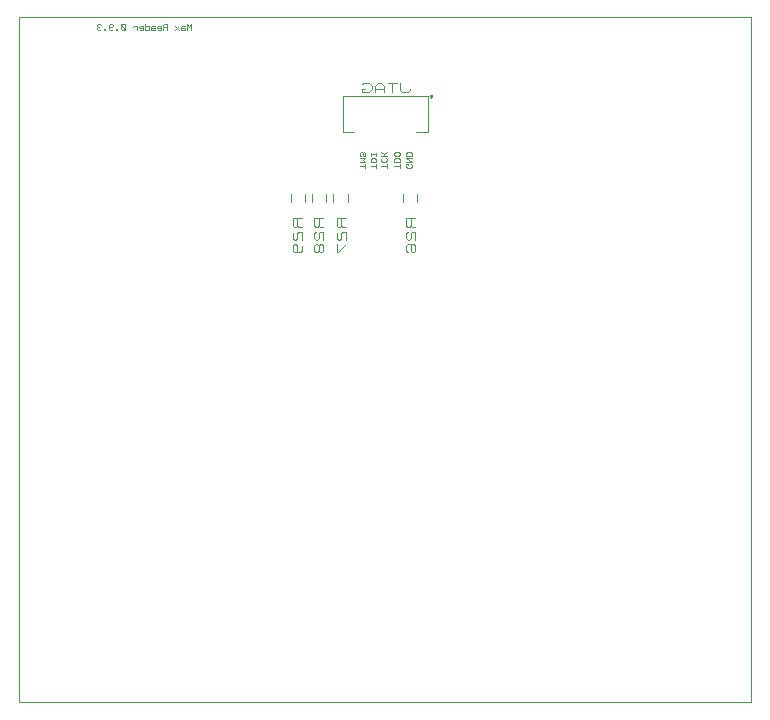
<source format=gbr>
G04 PROTEUS GERBER X2 FILE*
%TF.GenerationSoftware,Labcenter,Proteus,8.17-SP5-Build39395*%
%TF.CreationDate,2024-11-13T15:27:42+00:00*%
%TF.FileFunction,Legend,Bot*%
%TF.FilePolarity,Positive*%
%TF.Part,Single*%
%TF.SameCoordinates,{0a1d241a-e0a6-4a76-8978-5e44ef8297c2}*%
%FSLAX45Y45*%
%MOMM*%
G01*
%TA.AperFunction,Profile*%
%ADD43C,0.101600*%
%TA.AperFunction,Material*%
%ADD46C,0.101600*%
%ADD53C,0.063500*%
%TA.AperFunction,NonMaterial*%
%ADD54C,0.101600*%
%TD.AperFunction*%
D43*
X-10000000Y+1000000D02*
X-3800000Y+1000000D01*
X-3800000Y+6800000D01*
X-10000000Y+6800000D01*
X-10000000Y+1000000D01*
D46*
X-6748420Y+5306340D02*
X-6748420Y+5237760D01*
X-6626500Y+5306340D02*
X-6626500Y+5235220D01*
X-6644140Y+5102540D02*
X-6720340Y+5102540D01*
X-6720340Y+5035865D01*
X-6707640Y+5022530D01*
X-6694940Y+5022530D01*
X-6682240Y+5035865D01*
X-6682240Y+5102540D01*
X-6682240Y+5035865D02*
X-6669540Y+5022530D01*
X-6644140Y+5022530D01*
X-6707640Y+4982525D02*
X-6720340Y+4969190D01*
X-6720340Y+4929185D01*
X-6707640Y+4915850D01*
X-6694940Y+4915850D01*
X-6682240Y+4929185D01*
X-6682240Y+4969190D01*
X-6669540Y+4982525D01*
X-6644140Y+4982525D01*
X-6644140Y+4915850D01*
X-6707640Y+4809170D02*
X-6720340Y+4822505D01*
X-6720340Y+4862510D01*
X-6707640Y+4875845D01*
X-6656840Y+4875845D01*
X-6644140Y+4862510D01*
X-6644140Y+4822505D01*
X-6656840Y+4809170D01*
X-6669540Y+4809170D01*
X-6682240Y+4822505D01*
X-6682240Y+4875845D01*
X-7338420Y+5306340D02*
X-7338420Y+5237760D01*
X-7216500Y+5306340D02*
X-7216500Y+5235220D01*
X-7234140Y+5102540D02*
X-7310340Y+5102540D01*
X-7310340Y+5035865D01*
X-7297640Y+5022530D01*
X-7284940Y+5022530D01*
X-7272240Y+5035865D01*
X-7272240Y+5102540D01*
X-7272240Y+5035865D02*
X-7259540Y+5022530D01*
X-7234140Y+5022530D01*
X-7297640Y+4982525D02*
X-7310340Y+4969190D01*
X-7310340Y+4929185D01*
X-7297640Y+4915850D01*
X-7284940Y+4915850D01*
X-7272240Y+4929185D01*
X-7272240Y+4969190D01*
X-7259540Y+4982525D01*
X-7234140Y+4982525D01*
X-7234140Y+4915850D01*
X-7310340Y+4875845D02*
X-7310340Y+4809170D01*
X-7297640Y+4809170D01*
X-7234140Y+4875845D01*
X-7518420Y+5306340D02*
X-7518420Y+5237760D01*
X-7396500Y+5306340D02*
X-7396500Y+5235220D01*
X-7424140Y+5102540D02*
X-7500340Y+5102540D01*
X-7500340Y+5035865D01*
X-7487640Y+5022530D01*
X-7474940Y+5022530D01*
X-7462240Y+5035865D01*
X-7462240Y+5102540D01*
X-7462240Y+5035865D02*
X-7449540Y+5022530D01*
X-7424140Y+5022530D01*
X-7487640Y+4982525D02*
X-7500340Y+4969190D01*
X-7500340Y+4929185D01*
X-7487640Y+4915850D01*
X-7474940Y+4915850D01*
X-7462240Y+4929185D01*
X-7462240Y+4969190D01*
X-7449540Y+4982525D01*
X-7424140Y+4982525D01*
X-7424140Y+4915850D01*
X-7462240Y+4862510D02*
X-7474940Y+4875845D01*
X-7487640Y+4875845D01*
X-7500340Y+4862510D01*
X-7500340Y+4822505D01*
X-7487640Y+4809170D01*
X-7474940Y+4809170D01*
X-7462240Y+4822505D01*
X-7462240Y+4862510D01*
X-7449540Y+4875845D01*
X-7436840Y+4875845D01*
X-7424140Y+4862510D01*
X-7424140Y+4822505D01*
X-7436840Y+4809170D01*
X-7449540Y+4809170D01*
X-7462240Y+4822505D01*
X-7698420Y+5306340D02*
X-7698420Y+5237760D01*
X-7576500Y+5306340D02*
X-7576500Y+5235220D01*
X-7604140Y+5102540D02*
X-7680340Y+5102540D01*
X-7680340Y+5035865D01*
X-7667640Y+5022530D01*
X-7654940Y+5022530D01*
X-7642240Y+5035865D01*
X-7642240Y+5102540D01*
X-7642240Y+5035865D02*
X-7629540Y+5022530D01*
X-7604140Y+5022530D01*
X-7667640Y+4982525D02*
X-7680340Y+4969190D01*
X-7680340Y+4929185D01*
X-7667640Y+4915850D01*
X-7654940Y+4915850D01*
X-7642240Y+4929185D01*
X-7642240Y+4969190D01*
X-7629540Y+4982525D01*
X-7604140Y+4982525D01*
X-7604140Y+4915850D01*
X-7654940Y+4809170D02*
X-7642240Y+4822505D01*
X-7642240Y+4862510D01*
X-7654940Y+4875845D01*
X-7667640Y+4875845D01*
X-7680340Y+4862510D01*
X-7680340Y+4822505D01*
X-7667640Y+4809170D01*
X-7616840Y+4809170D01*
X-7604140Y+4822505D01*
X-7604140Y+4862510D01*
X-6540000Y+6130000D02*
X-6540000Y+5830000D01*
X-7260000Y+6130000D02*
X-7260000Y+5830000D01*
X-6540000Y+6130000D02*
X-7260000Y+6130000D01*
X-6540000Y+5830000D02*
X-6640000Y+5830000D01*
X-7260000Y+5830000D02*
X-7160000Y+5830000D01*
D53*
X-6510000Y+6120000D02*
X-6510000Y+6120000D01*
X-6510000Y+6140000D02*
X-6510000Y+6140000D01*
X-6510001Y+6120000D02*
X-6509999Y+6120000D01*
X-6510001Y+6140000D02*
X-6509999Y+6140000D01*
X-6510002Y+6120000D02*
X-6509998Y+6120000D01*
X-6510002Y+6140000D02*
X-6509998Y+6140000D01*
X-6510003Y+6120000D02*
X-6509997Y+6120000D01*
X-6510003Y+6140000D02*
X-6509997Y+6140000D01*
X-6510004Y+6120000D02*
X-6509996Y+6120000D01*
X-6510004Y+6140000D02*
X-6509996Y+6140000D01*
X-6510005Y+6120000D02*
X-6509995Y+6120000D01*
X-6510005Y+6140000D02*
X-6509995Y+6140000D01*
X-6510006Y+6120000D02*
X-6509994Y+6120000D01*
X-6510006Y+6140000D02*
X-6509994Y+6140000D01*
X-6510007Y+6120000D02*
X-6509993Y+6120000D01*
X-6510007Y+6140000D02*
X-6509993Y+6140000D01*
X-6510008Y+6120000D02*
X-6509992Y+6120000D01*
X-6510008Y+6140000D02*
X-6509992Y+6140000D01*
X-6510009Y+6120000D02*
X-6509991Y+6120000D01*
X-6510009Y+6140000D02*
X-6509991Y+6140000D01*
X-6510010Y+6120000D02*
X-6509990Y+6120000D01*
X-6510010Y+6140000D02*
X-6509990Y+6140000D01*
X-6510011Y+6120000D02*
X-6509989Y+6120000D01*
X-6510011Y+6140000D02*
X-6509989Y+6140000D01*
X-6510012Y+6120000D02*
X-6509988Y+6120000D01*
X-6510012Y+6140000D02*
X-6509988Y+6140000D01*
X-6510013Y+6120000D02*
X-6509987Y+6120000D01*
X-6510013Y+6140000D02*
X-6509987Y+6140000D01*
X-6510014Y+6120000D02*
X-6509986Y+6120000D01*
X-6510014Y+6140000D02*
X-6509986Y+6140000D01*
X-6510015Y+6120000D02*
X-6509985Y+6120000D01*
X-6510015Y+6140000D02*
X-6509985Y+6140000D01*
X-6510016Y+6120000D02*
X-6509984Y+6120000D01*
X-6510016Y+6140000D02*
X-6509984Y+6140000D01*
X-6510017Y+6120000D02*
X-6509983Y+6120000D01*
X-6510017Y+6140000D02*
X-6509983Y+6140000D01*
X-6510018Y+6120000D02*
X-6509982Y+6120000D01*
X-6510018Y+6140000D02*
X-6509982Y+6140000D01*
X-6510019Y+6120000D02*
X-6509981Y+6120000D01*
X-6510019Y+6140000D02*
X-6509981Y+6140000D01*
X-6510020Y+6120000D02*
X-6509980Y+6120000D01*
X-6510020Y+6140000D02*
X-6509980Y+6140000D01*
X-6510021Y+6120000D02*
X-6509979Y+6120000D01*
X-6510021Y+6140000D02*
X-6509979Y+6140000D01*
X-6510022Y+6120000D02*
X-6509978Y+6120000D01*
X-6510022Y+6140000D02*
X-6509978Y+6140000D01*
X-6510023Y+6120000D02*
X-6509977Y+6120000D01*
X-6510023Y+6140000D02*
X-6509977Y+6140000D01*
X-6510024Y+6120000D02*
X-6509976Y+6120000D01*
X-6510024Y+6140000D02*
X-6509976Y+6140000D01*
X-6510025Y+6120000D02*
X-6509975Y+6120000D01*
X-6510025Y+6140000D02*
X-6509975Y+6140000D01*
X-6510026Y+6120000D02*
X-6509974Y+6120000D01*
X-6510026Y+6140000D02*
X-6509974Y+6140000D01*
X-6510027Y+6120000D02*
X-6509973Y+6120000D01*
X-6510027Y+6140000D02*
X-6509973Y+6140000D01*
X-6510028Y+6120000D02*
X-6509972Y+6120000D01*
X-6510028Y+6140000D02*
X-6509972Y+6140000D01*
X-6510029Y+6120000D02*
X-6509971Y+6120000D01*
X-6510029Y+6140000D02*
X-6509971Y+6140000D01*
X-6510030Y+6120000D02*
X-6509970Y+6120000D01*
X-6510030Y+6140000D02*
X-6509970Y+6140000D01*
X-6510031Y+6120000D02*
X-6509969Y+6120000D01*
X-6510031Y+6140000D02*
X-6509969Y+6140000D01*
X-6510032Y+6120000D02*
X-6509968Y+6120000D01*
X-6510032Y+6140000D02*
X-6509968Y+6140000D01*
X-6510033Y+6120000D02*
X-6509967Y+6120000D01*
X-6510033Y+6140000D02*
X-6509967Y+6140000D01*
X-6510034Y+6120000D02*
X-6509966Y+6120000D01*
X-6510034Y+6140000D02*
X-6509966Y+6140000D01*
X-6510035Y+6120000D02*
X-6509965Y+6120000D01*
X-6510035Y+6140000D02*
X-6509965Y+6140000D01*
X-6510036Y+6120000D02*
X-6509964Y+6120000D01*
X-6510036Y+6140000D02*
X-6509964Y+6140000D01*
X-6510037Y+6120000D02*
X-6509963Y+6120000D01*
X-6510037Y+6140000D02*
X-6509963Y+6140000D01*
X-6510038Y+6120000D02*
X-6509962Y+6120000D01*
X-6510038Y+6140000D02*
X-6509962Y+6140000D01*
X-6510039Y+6120000D02*
X-6509961Y+6120000D01*
X-6510039Y+6140000D02*
X-6509961Y+6140000D01*
X-6510040Y+6120000D02*
X-6509960Y+6120000D01*
X-6510040Y+6140000D02*
X-6509960Y+6140000D01*
X-6510041Y+6120000D02*
X-6509959Y+6120000D01*
X-6510041Y+6140000D02*
X-6509959Y+6140000D01*
X-6510042Y+6120000D02*
X-6509958Y+6120000D01*
X-6510042Y+6140000D02*
X-6509958Y+6140000D01*
X-6510043Y+6120000D02*
X-6509957Y+6120000D01*
X-6510043Y+6140000D02*
X-6509957Y+6140000D01*
X-6510044Y+6120000D02*
X-6509956Y+6120000D01*
X-6510044Y+6140000D02*
X-6509956Y+6140000D01*
X-6510045Y+6120000D02*
X-6509955Y+6120000D01*
X-6510045Y+6140000D02*
X-6509955Y+6140000D01*
X-6510046Y+6120000D02*
X-6509954Y+6120000D01*
X-6510046Y+6140000D02*
X-6509954Y+6140000D01*
X-6510047Y+6120000D02*
X-6509953Y+6120000D01*
X-6510047Y+6140000D02*
X-6509953Y+6140000D01*
X-6510048Y+6120000D02*
X-6509952Y+6120000D01*
X-6510048Y+6140000D02*
X-6509952Y+6140000D01*
X-6510049Y+6120000D02*
X-6509951Y+6120000D01*
X-6510049Y+6140000D02*
X-6509951Y+6140000D01*
X-6510050Y+6120000D02*
X-6509950Y+6120000D01*
X-6510050Y+6140000D02*
X-6509950Y+6140000D01*
X-6510051Y+6120000D02*
X-6509949Y+6120000D01*
X-6510051Y+6140000D02*
X-6509949Y+6140000D01*
X-6510052Y+6120000D02*
X-6509948Y+6120000D01*
X-6510052Y+6140000D02*
X-6509948Y+6140000D01*
X-6510053Y+6120000D02*
X-6509947Y+6120000D01*
X-6510053Y+6140000D02*
X-6509947Y+6140000D01*
X-6510054Y+6120000D02*
X-6509946Y+6120000D01*
X-6510054Y+6140000D02*
X-6509946Y+6140000D01*
X-6510055Y+6120000D02*
X-6509945Y+6120000D01*
X-6510055Y+6140000D02*
X-6509945Y+6140000D01*
X-6510056Y+6120000D02*
X-6509944Y+6120000D01*
X-6510056Y+6140000D02*
X-6509944Y+6140000D01*
X-6510057Y+6120000D02*
X-6509943Y+6120000D01*
X-6510057Y+6140000D02*
X-6509943Y+6140000D01*
X-6510058Y+6120000D02*
X-6509942Y+6120000D01*
X-6510058Y+6140000D02*
X-6509942Y+6140000D01*
X-6510059Y+6120000D02*
X-6509941Y+6120000D01*
X-6510059Y+6140000D02*
X-6509941Y+6140000D01*
X-6510060Y+6120000D02*
X-6509940Y+6120000D01*
X-6510060Y+6140000D02*
X-6509940Y+6140000D01*
X-6510061Y+6120000D02*
X-6509939Y+6120000D01*
X-6510061Y+6140000D02*
X-6509939Y+6140000D01*
X-6510062Y+6120000D02*
X-6509938Y+6120000D01*
X-6510062Y+6140000D02*
X-6509938Y+6140000D01*
X-6510063Y+6120000D02*
X-6509937Y+6120000D01*
X-6510063Y+6140000D02*
X-6509937Y+6140000D01*
X-6510064Y+6120000D02*
X-6509936Y+6120000D01*
X-6510064Y+6140000D02*
X-6509936Y+6140000D01*
X-6510065Y+6120000D02*
X-6509935Y+6120000D01*
X-6510065Y+6140000D02*
X-6509935Y+6140000D01*
X-6510066Y+6120000D02*
X-6509934Y+6120000D01*
X-6510066Y+6140000D02*
X-6509934Y+6140000D01*
X-6510067Y+6120000D02*
X-6509933Y+6120000D01*
X-6510067Y+6140000D02*
X-6509933Y+6140000D01*
X-6510068Y+6120000D02*
X-6509932Y+6120000D01*
X-6510068Y+6140000D02*
X-6509932Y+6140000D01*
X-6510069Y+6120000D02*
X-6509931Y+6120000D01*
X-6510069Y+6140000D02*
X-6509931Y+6140000D01*
X-6510070Y+6120000D02*
X-6509930Y+6120000D01*
X-6510070Y+6140000D02*
X-6509930Y+6140000D01*
X-6510071Y+6120000D02*
X-6509929Y+6120000D01*
X-6510071Y+6140000D02*
X-6509929Y+6140000D01*
X-6510072Y+6120000D02*
X-6509928Y+6120000D01*
X-6510072Y+6140000D02*
X-6509928Y+6140000D01*
X-6510073Y+6120000D02*
X-6509927Y+6120000D01*
X-6510073Y+6140000D02*
X-6509927Y+6140000D01*
X-6510074Y+6120000D02*
X-6509926Y+6120000D01*
X-6510074Y+6140000D02*
X-6509926Y+6140000D01*
X-6510075Y+6120000D02*
X-6509925Y+6120000D01*
X-6510075Y+6140000D02*
X-6509925Y+6140000D01*
X-6510076Y+6120000D02*
X-6509924Y+6120000D01*
X-6510076Y+6140000D02*
X-6509924Y+6140000D01*
X-6510077Y+6120000D02*
X-6509923Y+6120000D01*
X-6510077Y+6140000D02*
X-6509923Y+6140000D01*
X-6510078Y+6120000D02*
X-6509922Y+6120000D01*
X-6510078Y+6140000D02*
X-6509922Y+6140000D01*
X-6510079Y+6120000D02*
X-6509921Y+6120000D01*
X-6510079Y+6140000D02*
X-6509921Y+6140000D01*
X-6510080Y+6120000D02*
X-6509920Y+6120000D01*
X-6510080Y+6140000D02*
X-6509920Y+6140000D01*
X-6510081Y+6120000D02*
X-6509919Y+6120000D01*
X-6510081Y+6140000D02*
X-6509919Y+6140000D01*
X-6510082Y+6120000D02*
X-6509918Y+6120000D01*
X-6510082Y+6140000D02*
X-6509918Y+6140000D01*
X-6510083Y+6120000D02*
X-6509917Y+6120000D01*
X-6510083Y+6140000D02*
X-6509917Y+6140000D01*
X-6510084Y+6120000D02*
X-6509916Y+6120000D01*
X-6510084Y+6140000D02*
X-6509916Y+6140000D01*
X-6510085Y+6120000D02*
X-6509915Y+6120000D01*
X-6510085Y+6140000D02*
X-6509915Y+6140000D01*
X-6510086Y+6120000D02*
X-6509914Y+6120000D01*
X-6510086Y+6140000D02*
X-6509914Y+6140000D01*
X-6510087Y+6120000D02*
X-6509913Y+6120000D01*
X-6510087Y+6140000D02*
X-6509913Y+6140000D01*
X-6510088Y+6120000D02*
X-6509912Y+6120000D01*
X-6510088Y+6140000D02*
X-6509912Y+6140000D01*
X-6510089Y+6120000D02*
X-6509911Y+6120000D01*
X-6510089Y+6140000D02*
X-6509911Y+6140000D01*
X-6510090Y+6120000D02*
X-6509910Y+6120000D01*
X-6510090Y+6140000D02*
X-6509910Y+6140000D01*
X-6510091Y+6120000D02*
X-6509909Y+6120000D01*
X-6510091Y+6140000D02*
X-6509909Y+6140000D01*
X-6510092Y+6120000D02*
X-6509908Y+6120000D01*
X-6510092Y+6140000D02*
X-6509908Y+6140000D01*
X-6510093Y+6120000D02*
X-6509907Y+6120000D01*
X-6510093Y+6140000D02*
X-6509907Y+6140000D01*
X-6510094Y+6120000D02*
X-6509906Y+6120000D01*
X-6510094Y+6140000D02*
X-6509906Y+6140000D01*
X-6510095Y+6120000D02*
X-6509905Y+6120000D01*
X-6510095Y+6140000D02*
X-6509905Y+6140000D01*
X-6510096Y+6120000D02*
X-6509904Y+6120000D01*
X-6510096Y+6140000D02*
X-6509904Y+6140000D01*
X-6510097Y+6120000D02*
X-6509903Y+6120000D01*
X-6510097Y+6140000D02*
X-6509903Y+6140000D01*
X-6510098Y+6120000D02*
X-6509902Y+6120000D01*
X-6510098Y+6140000D02*
X-6509902Y+6140000D01*
X-6510099Y+6120000D02*
X-6509901Y+6120000D01*
X-6510099Y+6140000D02*
X-6509901Y+6140000D01*
X-6515179Y+6121446D02*
X-6504821Y+6121446D01*
X-6515179Y+6138554D02*
X-6504821Y+6138554D01*
X-6519215Y+6126117D02*
X-6500785Y+6126117D01*
X-6519215Y+6133883D02*
X-6500785Y+6133883D01*
X-6520000Y+6130000D02*
X-6500000Y+6130000D01*
X-6520000Y+6130000D02*
X-6500000Y+6130000D01*
D46*
X-6500035Y+6130831D01*
X-6500316Y+6132495D01*
X-6500906Y+6134159D01*
X-6501870Y+6135823D01*
X-6503345Y+6137464D01*
X-6505009Y+6138665D01*
X-6506673Y+6139430D01*
X-6508337Y+6139861D01*
X-6510000Y+6140000D01*
X-6520000Y+6130000D02*
X-6519965Y+6130831D01*
X-6519684Y+6132495D01*
X-6519094Y+6134159D01*
X-6518130Y+6135823D01*
X-6516655Y+6137464D01*
X-6514991Y+6138665D01*
X-6513327Y+6139430D01*
X-6511663Y+6139861D01*
X-6510000Y+6140000D01*
X-6520000Y+6130000D02*
X-6519965Y+6129169D01*
X-6519684Y+6127505D01*
X-6519094Y+6125841D01*
X-6518130Y+6124177D01*
X-6516655Y+6122536D01*
X-6514991Y+6121335D01*
X-6513327Y+6120570D01*
X-6511663Y+6120139D01*
X-6510000Y+6120000D01*
X-6500000Y+6130000D02*
X-6500035Y+6129169D01*
X-6500316Y+6127505D01*
X-6500906Y+6125841D01*
X-6501870Y+6124177D01*
X-6503345Y+6122536D01*
X-6505009Y+6121335D01*
X-6506673Y+6120570D01*
X-6508337Y+6120139D01*
X-6510000Y+6120000D01*
X-6692850Y+6195880D02*
X-6692850Y+6183180D01*
X-6706185Y+6170480D01*
X-6759525Y+6170480D01*
X-6772860Y+6183180D01*
X-6772860Y+6246680D01*
X-6799530Y+6246680D02*
X-6879540Y+6246680D01*
X-6839535Y+6246680D02*
X-6839535Y+6170480D01*
X-6906210Y+6170480D02*
X-6906210Y+6221280D01*
X-6932880Y+6246680D01*
X-6959550Y+6246680D01*
X-6986220Y+6221280D01*
X-6986220Y+6170480D01*
X-6906210Y+6195880D02*
X-6986220Y+6195880D01*
X-7066230Y+6195880D02*
X-7092900Y+6195880D01*
X-7092900Y+6170480D01*
X-7039560Y+6170480D01*
X-7012890Y+6195880D01*
X-7012890Y+6221280D01*
X-7039560Y+6246680D01*
X-7079565Y+6246680D01*
X-7092900Y+6233980D01*
D54*
X-6705720Y+5545914D02*
X-6705720Y+5558614D01*
X-6720960Y+5558614D01*
X-6720960Y+5533214D01*
X-6705720Y+5520514D01*
X-6690480Y+5520514D01*
X-6675240Y+5533214D01*
X-6675240Y+5552264D01*
X-6682860Y+5558614D01*
X-6720960Y+5571314D02*
X-6675240Y+5571314D01*
X-6720960Y+5609414D01*
X-6675240Y+5609414D01*
X-6720960Y+5622114D02*
X-6675240Y+5622114D01*
X-6675240Y+5647514D01*
X-6690480Y+5660214D01*
X-6705720Y+5660214D01*
X-6720960Y+5647514D01*
X-6720960Y+5622114D01*
X-6775240Y+5520514D02*
X-6775240Y+5558614D01*
X-6775240Y+5539564D02*
X-6820960Y+5539564D01*
X-6820960Y+5571314D02*
X-6775240Y+5571314D01*
X-6775240Y+5596714D01*
X-6790480Y+5609414D01*
X-6805720Y+5609414D01*
X-6820960Y+5596714D01*
X-6820960Y+5571314D01*
X-6790480Y+5622114D02*
X-6775240Y+5634814D01*
X-6775240Y+5647514D01*
X-6790480Y+5660214D01*
X-6805720Y+5660214D01*
X-6820960Y+5647514D01*
X-6820960Y+5634814D01*
X-6805720Y+5622114D01*
X-6790480Y+5622114D01*
X-6885240Y+5520514D02*
X-6885240Y+5558614D01*
X-6885240Y+5539564D02*
X-6930960Y+5539564D01*
X-6923340Y+5609414D02*
X-6930960Y+5603064D01*
X-6930960Y+5584014D01*
X-6915720Y+5571314D01*
X-6900480Y+5571314D01*
X-6885240Y+5584014D01*
X-6885240Y+5603064D01*
X-6892860Y+5609414D01*
X-6885240Y+5622114D02*
X-6930960Y+5622114D01*
X-6885240Y+5660214D02*
X-6908100Y+5641164D01*
X-6930960Y+5660214D01*
X-6908100Y+5622114D02*
X-6908100Y+5641164D01*
X-6975240Y+5520514D02*
X-6975240Y+5558614D01*
X-6975240Y+5539564D02*
X-7020960Y+5539564D01*
X-7020960Y+5571314D02*
X-6975240Y+5571314D01*
X-6975240Y+5596714D01*
X-6990480Y+5609414D01*
X-7005720Y+5609414D01*
X-7020960Y+5596714D01*
X-7020960Y+5571314D01*
X-6975240Y+5628464D02*
X-6975240Y+5653864D01*
X-6975240Y+5641164D02*
X-7020960Y+5641164D01*
X-7020960Y+5628464D02*
X-7020960Y+5653864D01*
X-7067299Y+5520514D02*
X-7067299Y+5558614D01*
X-7067299Y+5539564D02*
X-7113019Y+5539564D01*
X-7113019Y+5571314D02*
X-7067299Y+5571314D01*
X-7090159Y+5590364D01*
X-7067299Y+5609414D01*
X-7113019Y+5609414D01*
X-7105399Y+5622114D02*
X-7113019Y+5628464D01*
X-7113019Y+5653864D01*
X-7105399Y+5660214D01*
X-7097779Y+5660214D01*
X-7090159Y+5653864D01*
X-7090159Y+5628464D01*
X-7082539Y+5622114D01*
X-7074919Y+5622114D01*
X-7067299Y+5628464D01*
X-7067299Y+5653864D01*
X-7074919Y+5660214D01*
X-8540000Y+6695434D02*
X-8540000Y+6741154D01*
X-8559050Y+6718294D01*
X-8578100Y+6741154D01*
X-8578100Y+6695434D01*
X-8597150Y+6725914D02*
X-8622550Y+6725914D01*
X-8628900Y+6718294D01*
X-8628900Y+6695434D01*
X-8597150Y+6695434D01*
X-8590800Y+6703054D01*
X-8597150Y+6710674D01*
X-8628900Y+6710674D01*
X-8641600Y+6725914D02*
X-8679700Y+6695434D01*
X-8641600Y+6695434D02*
X-8679700Y+6725914D01*
X-8743200Y+6695434D02*
X-8743200Y+6741154D01*
X-8774950Y+6741154D01*
X-8781300Y+6733534D01*
X-8781300Y+6725914D01*
X-8774950Y+6718294D01*
X-8743200Y+6718294D01*
X-8774950Y+6718294D02*
X-8781300Y+6710674D01*
X-8781300Y+6695434D01*
X-8794000Y+6710674D02*
X-8832100Y+6710674D01*
X-8832100Y+6718294D01*
X-8825750Y+6725914D01*
X-8800350Y+6725914D01*
X-8794000Y+6718294D01*
X-8794000Y+6703054D01*
X-8800350Y+6695434D01*
X-8825750Y+6695434D01*
X-8851150Y+6725914D02*
X-8876550Y+6725914D01*
X-8882900Y+6718294D01*
X-8882900Y+6695434D01*
X-8851150Y+6695434D01*
X-8844800Y+6703054D01*
X-8851150Y+6710674D01*
X-8882900Y+6710674D01*
X-8933700Y+6718294D02*
X-8927350Y+6725914D01*
X-8901950Y+6725914D01*
X-8895600Y+6718294D01*
X-8895600Y+6703054D01*
X-8901950Y+6695434D01*
X-8927350Y+6695434D01*
X-8933700Y+6703054D01*
X-8933700Y+6695434D02*
X-8933700Y+6741154D01*
X-8946400Y+6710674D02*
X-8984500Y+6710674D01*
X-8984500Y+6718294D01*
X-8978150Y+6725914D01*
X-8952750Y+6725914D01*
X-8946400Y+6718294D01*
X-8946400Y+6703054D01*
X-8952750Y+6695434D01*
X-8978150Y+6695434D01*
X-8997200Y+6695434D02*
X-8997200Y+6725914D01*
X-8997200Y+6718294D02*
X-9003550Y+6725914D01*
X-9028950Y+6725914D01*
X-9035300Y+6718294D01*
X-9098800Y+6703054D02*
X-9098800Y+6733534D01*
X-9105150Y+6741154D01*
X-9130550Y+6741154D01*
X-9136900Y+6733534D01*
X-9136900Y+6703054D01*
X-9130550Y+6695434D01*
X-9105150Y+6695434D01*
X-9098800Y+6703054D01*
X-9098800Y+6695434D02*
X-9136900Y+6741154D01*
X-9168650Y+6703054D02*
X-9175000Y+6703054D01*
X-9175000Y+6695434D01*
X-9168650Y+6695434D01*
X-9168650Y+6703054D01*
X-9238500Y+6725914D02*
X-9232150Y+6718294D01*
X-9213100Y+6718294D01*
X-9206750Y+6725914D01*
X-9206750Y+6733534D01*
X-9213100Y+6741154D01*
X-9232150Y+6741154D01*
X-9238500Y+6733534D01*
X-9238500Y+6703054D01*
X-9232150Y+6695434D01*
X-9213100Y+6695434D01*
X-9270250Y+6703054D02*
X-9276600Y+6703054D01*
X-9276600Y+6695434D01*
X-9270250Y+6695434D01*
X-9270250Y+6703054D01*
X-9308350Y+6733534D02*
X-9314700Y+6741154D01*
X-9333750Y+6741154D01*
X-9340100Y+6733534D01*
X-9340100Y+6725914D01*
X-9333750Y+6718294D01*
X-9340100Y+6710674D01*
X-9340100Y+6703054D01*
X-9333750Y+6695434D01*
X-9314700Y+6695434D01*
X-9308350Y+6703054D01*
X-9321050Y+6718294D02*
X-9333750Y+6718294D01*
M02*

</source>
